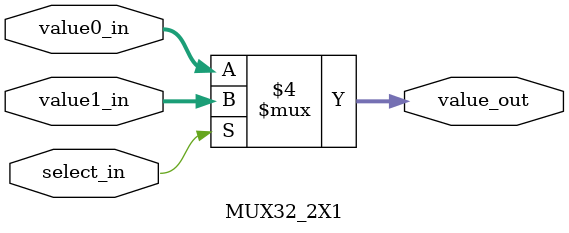
<source format=v>

module MUX32_2X1
  (
   value_out,
   value0_in, 
   value1_in, 
   select_in
   );
   
   parameter MUX_delay = 4;	

   output [31:0] value_out;
   reg [31:0] 	 value_out;		
	
   input [31:0]  value0_in, value1_in;
   input 	 select_in;	

   always@*
     begin
	#MUX_delay;
	
	if (~select_in)
	  value_out = value0_in;
	else
	  value_out = value1_in;
     end

endmodule // MUX32_2X1

</source>
